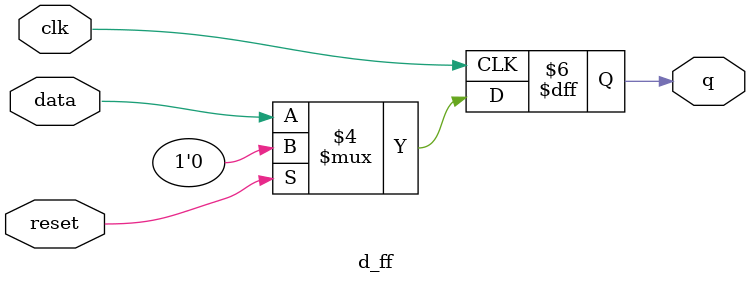
<source format=v>
/*
Author: Sajeed Mohammad Shahriat
Affiliation: Rochester Institute of Technology
All rights reserved
This files can be reused and modified given that this copyright notice is not removed
*/

module d_ff (
	data,	//data input
	q,	// data output	
	reset,	//reset signal
	clk	//clock
); //end of port list

//---------------------------input ports-----------------------------
input data;
input clk;
input reset;

//---------------------------output ports----------------------------
output q;

//-----------------------input port data type------------------------
wire data;
wire clk;
wire reset;

//-----------------------output port data type-----------------------
reg q;

//---------------------------RTL design------------------------------
always @ (posedge clk)
	if (reset == 1)
		begin
			q <= 1'b0;
		end
	else
		begin
			q <= data;
		end

endmodule //d-flipflop

</source>
